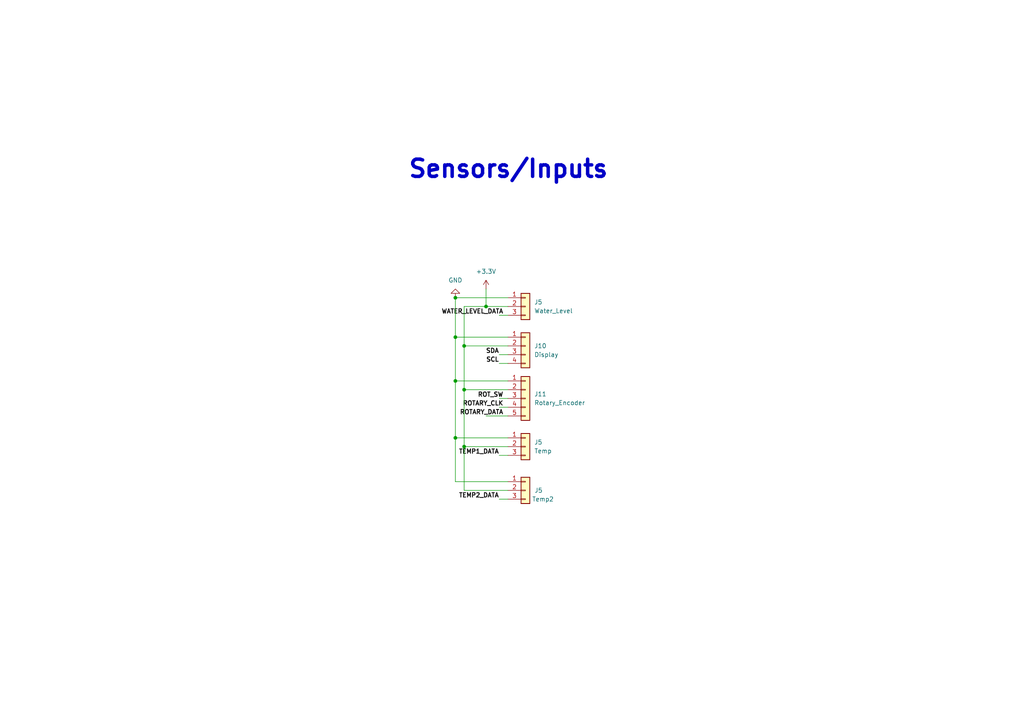
<source format=kicad_sch>
(kicad_sch (version 20230121) (generator eeschema)
  (paper "A4")
  (lib_symbols
    (symbol "Connector_Generic:Conn_01x03" (pin_names (offset 1.016) hide)
      (property "Reference" "J" (at 0 5.08 0))
      (property "Value" "Conn_01x03" (at 0 -5.08 0))
      (symbol "Conn_01x03_1_1"
        (rectangle (start -1.27 -2.413) (end 0 -2.667) (stroke (width 0.1524)))
        (rectangle (start -1.27 0.127) (end 0 -0.127) (stroke (width 0.1524)))
        (rectangle (start -1.27 2.667) (end 0 2.413) (stroke (width 0.1524)))
        (rectangle (start -1.27 3.81) (end 1.27 -3.81) (stroke (width 0.254)) (fill (type background)))
        (pin passive line (at -5.08 2.54 0) (length 3.81) (name "Pin_1") (number "1"))
        (pin passive line (at -5.08 0 0) (length 3.81) (name "Pin_2") (number "2"))
        (pin passive line (at -5.08 -2.54 0) (length 3.81) (name "Pin_3") (number "3"))
      )
    )
    (symbol "Connector_Generic:Conn_01x04" (pin_names (offset 1.016) hide)
      (property "Reference" "J" (at 0 5.08 0))
      (property "Value" "Conn_01x04" (at 0 -7.62 0))
      (symbol "Conn_01x04_1_1"
        (rectangle (start -1.27 -4.953) (end 0 -5.207) (stroke (width 0.1524)))
        (rectangle (start -1.27 -2.413) (end 0 -2.667) (stroke (width 0.1524)))
        (rectangle (start -1.27 0.127) (end 0 -0.127) (stroke (width 0.1524)))
        (rectangle (start -1.27 2.667) (end 0 2.413) (stroke (width 0.1524)))
        (rectangle (start -1.27 3.81) (end 1.27 -6.35) (stroke (width 0.254)) (fill (type background)))
        (pin passive line (at -5.08 2.54 0) (length 3.81) (name "Pin_1") (number "1"))
        (pin passive line (at -5.08 0 0) (length 3.81) (name "Pin_2") (number "2"))
        (pin passive line (at -5.08 -2.54 0) (length 3.81) (name "Pin_3") (number "3"))
        (pin passive line (at -5.08 -5.08 0) (length 3.81) (name "Pin_4") (number "4"))
      )
    )
    (symbol "Connector_Generic:Conn_01x05" (pin_names (offset 1.016) hide)
      (property "Reference" "J" (at 0 7.62 0))
      (property "Value" "Conn_01x05" (at 0 -7.62 0))
      (symbol "Conn_01x05_1_1"
        (rectangle (start -1.27 -4.953) (end 0 -5.207) (stroke (width 0.1524)))
        (rectangle (start -1.27 -2.413) (end 0 -2.667) (stroke (width 0.1524)))
        (rectangle (start -1.27 0.127) (end 0 -0.127) (stroke (width 0.1524)))
        (rectangle (start -1.27 2.667) (end 0 2.413) (stroke (width 0.1524)))
        (rectangle (start -1.27 5.207) (end 0 4.953) (stroke (width 0.1524)))
        (rectangle (start -1.27 6.35) (end 1.27 -6.35) (stroke (width 0.254)) (fill (type background)))
        (pin passive line (at -5.08 5.08 0) (length 3.81) (name "Pin_1") (number "1"))
        (pin passive line (at -5.08 2.54 0) (length 3.81) (name "Pin_2") (number "2"))
        (pin passive line (at -5.08 0 0) (length 3.81) (name "Pin_3") (number "3"))
        (pin passive line (at -5.08 -2.54 0) (length 3.81) (name "Pin_4") (number "4"))
        (pin passive line (at -5.08 -5.08 0) (length 3.81) (name "Pin_5") (number "5"))
      )
    )
    (symbol "power:+3.3V" (power) (pin_names (offset 0))
      (property "Value" "+3.3V" (at 0 3.556 0))
      (symbol "+3.3V_0_1"
        (polyline (pts (xy -0.762 1.27) (xy 0 2.54)))
        (polyline (pts (xy 0 0) (xy 0 2.54)))
        (polyline (pts (xy 0 2.54) (xy 0.762 1.27)))
      )
      (symbol "+3.3V_1_1"
        (pin power_in line (at 0 0 90) (length 0) hide (name "+3.3V") (number "1"))
      )
    )
    (symbol "power:GND" (power) (pin_names (offset 0))
      (property "Value" "GND" (at 0 -3.81 0))
      (symbol "GND_0_1"
        (polyline (pts (xy 0 0) (xy 0 -1.27) (xy 1.27 -1.27) (xy 0 -2.54) (xy -1.27 -1.27) (xy 0 -1.27)))
      )
      (symbol "GND_1_1"
        (pin power_in line (at 0 0 270) (length 0) hide (name "GND") (number "1"))
      )
    )
  )
  (junction (at 134.62 100.33))
  (junction (at 134.62 129.54))
  (junction (at 132.08 127))
  (junction (at 134.62 113.03))
  (junction (at 132.08 110.49))
  (junction (at 140.97 88.9))
  (junction (at 132.08 86.36))
  (junction (at 132.08 97.79))
  (wire (pts (xy 132.08 97.79) (xy 132.08 86.36)))
  (wire (pts (xy 147.32 118.11) (xy 144.78 118.11)))
  (wire (pts (xy 134.62 100.33) (xy 134.62 88.9)))
  (wire (pts (xy 132.08 127) (xy 132.08 110.49)))
  (wire (pts (xy 132.08 139.7) (xy 132.08 127)))
  (wire (pts (xy 134.62 142.24) (xy 134.62 129.54)))
  (wire (pts (xy 140.97 83.82) (xy 140.97 88.9)))
  (wire (pts (xy 147.32 105.41) (xy 144.78 105.41)))
  (wire (pts (xy 134.62 129.54) (xy 134.62 113.03)))
  (wire (pts (xy 147.32 120.65) (xy 140.97 120.65)))
  (wire (pts (xy 132.08 110.49) (xy 132.08 97.79)))
  (wire (pts (xy 147.32 129.54) (xy 134.62 129.54)))
  (wire (pts (xy 147.32 86.36) (xy 132.08 86.36)))
  (wire (pts (xy 147.32 88.9) (xy 140.97 88.9)))
  (wire (pts (xy 147.32 100.33) (xy 134.62 100.33)))
  (wire (pts (xy 147.32 110.49) (xy 132.08 110.49)))
  (wire (pts (xy 134.62 113.03) (xy 134.62 100.33)))
  (wire (pts (xy 147.32 91.44) (xy 144.78 91.44)))
  (wire (pts (xy 147.32 113.03) (xy 134.62 113.03)))
  (wire (pts (xy 147.32 144.78) (xy 144.78 144.78)))
  (wire (pts (xy 147.32 115.57) (xy 144.78 115.57)))
  (wire (pts (xy 147.32 142.24) (xy 134.62 142.24)))
  (wire (pts (xy 147.32 97.79) (xy 132.08 97.79)))
  (wire (pts (xy 140.97 88.9) (xy 134.62 88.9)))
  (wire (pts (xy 147.32 139.7) (xy 132.08 139.7)))
  (wire (pts (xy 147.32 127) (xy 132.08 127)))
  (wire (pts (xy 147.32 132.08) (xy 144.78 132.08)))
  (wire (pts (xy 147.32 102.87) (xy 144.78 102.87)))
  (text "Sensors/Inputs" (at 118.11 52.07 0) (effects (font (size 5 5) (thickness 1) bold) (justify left bottom)))
  (label "WATER_LEVEL_DATA" (at 146.05 91.44 180) (effects (font bold)))
  (label "TEMP1_DATA" (at 144.78 132.08 180) (effects (font bold)))
  (label "ROT_SW" (at 146.05 115.57 180) (effects (font bold)))
  (label "ROTARY_CLK" (at 146.05 118.11 180) (effects (font bold)))
  (label "SDA" (at 144.78 102.87 180) (effects (font bold)))
  (label "TEMP2_DATA" (at 144.78 144.78 180) (effects (font bold)))
  (label "ROTARY_DATA" (at 146.05 120.65 180) (effects (font bold)))
  (label "SCL" (at 144.78 105.41 180) (effects (font bold)))
  (symbol (lib_id "power:GND") (at 132.08 86.36 180) (unit 1)
    (property "Reference" "#PWR017" (effects hide))
    (property "Value" "GND" (at 132.08 81.28 0))
    (instances (project "Capibator_PCB" (path "" (reference "#PWR017") (unit 1)) (path "" (reference "#PWR018") (unit 1))))
  )
  (symbol (lib_id "Connector_Generic:Conn_01x05") (at 152.4 115.57 0) (unit 1)
    (property "Reference" "J11" (at 154.94 114.3 0) (effects (justify left)))
    (property "Value" "Rotary_Encoder" (at 154.94 116.84 0) (effects (justify left)))
    (instances (project "Capibator_PCB" (path "" (reference "J11") (unit 1)) (path "" (reference "J6") (unit 1))))
  )
  (symbol (lib_id "Connector_Generic:Conn_01x04") (at 152.4 100.33 0) (unit 1)
    (property "Reference" "J10" (at 154.94 100.33 0) (effects (justify left)))
    (property "Value" "Display" (at 154.94 102.87 0) (effects (justify left)))
    (instances (project "Capibator_PCB" (path "" (reference "J10") (unit 1)) (path "" (reference "J5") (unit 1))))
  )
  (symbol (lib_id "Connector_Generic:Conn_01x03") (at 152.4 129.54 0) (unit 1)
    (property "Reference" "J5" (at 154.94 128.27 0) (effects (justify left)))
    (property "Value" "Temp" (at 154.94 130.81 0) (effects (justify left)))
    (instances (project "Capibator_PCB" (path "" (reference "J5") (unit 1)) (path "" (reference "J5") (unit 1)) (path "" (reference "J7") (unit 1))))
  )
  (symbol (lib_id "power:+3.3V") (at 140.97 83.82 0) (unit 1)
    (property "Reference" "#PWR022" (effects hide))
    (property "Value" "+3.3V" (at 140.97 78.74 0))
    (instances (project "Capibator_PCB" (path "" (reference "#PWR022") (unit 1)) (path "" (reference "#PWR019") (unit 1))))
  )
  (symbol (lib_id "Connector_Generic:Conn_01x03") (at 152.4 142.24 0) (unit 1)
    (property "Reference" "J5" (at 156.21 142.24 0))
    (property "Value" "Temp2" (at 157.48 144.78 0))
    (instances (project "Capibator_PCB" (path "" (reference "J5") (unit 1)) (path "" (reference "J6") (unit 1)) (path "" (reference "J9") (unit 1))))
  )
  (symbol (lib_id "Connector_Generic:Conn_01x03") (at 152.4 88.9 0) (unit 1)
    (property "Reference" "J5" (at 154.94 87.63 0) (effects (justify left)))
    (property "Value" "Water_Level" (at 154.94 90.17 0) (effects (justify left)))
    (instances (project "Capibator_PCB" (path "" (reference "J5") (unit 1)) (path "" (reference "J9") (unit 1)) (path "" (reference "J4") (unit 1))))
  )
)
</source>
